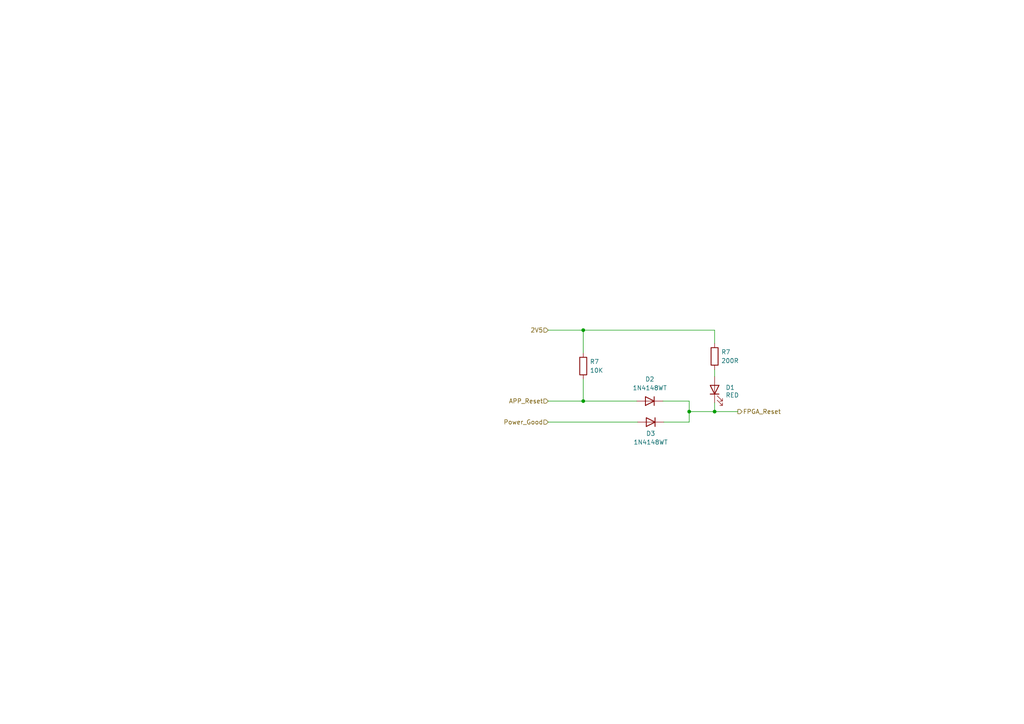
<source format=kicad_sch>
(kicad_sch (version 20230121) (generator eeschema)
  (paper "A4")
  (lib_symbols
    (symbol "Device:LED" (pin_numbers hide) (pin_names (offset 1.016) hide)
      (property "Reference" "D" (at 0 2.54 0))
      (property "Value" "LED" (at 0 -2.54 0))
      (symbol "LED_0_1"
        (polyline (pts (xy -1.27 -1.27) (xy -1.27 1.27)) (stroke (width 0.254)))
        (polyline (pts (xy -1.27 0) (xy 1.27 0)))
        (polyline (pts (xy 1.27 -1.27) (xy 1.27 1.27) (xy -1.27 0) (xy 1.27 -1.27)) (stroke (width 0.254)))
        (polyline (pts (xy -3.048 -0.762) (xy -4.572 -2.286) (xy -3.81 -2.286) (xy -4.572 -2.286) (xy -4.572 -1.524)))
        (polyline (pts (xy -1.778 -0.762) (xy -3.302 -2.286) (xy -2.54 -2.286) (xy -3.302 -2.286) (xy -3.302 -1.524)))
      )
      (symbol "LED_1_1"
        (pin passive line (at -3.81 0 0) (length 2.54) (name "K") (number "1"))
        (pin passive line (at 3.81 0 180) (length 2.54) (name "A") (number "2"))
      )
    )
    (symbol "Device:R" (pin_numbers hide) (pin_names (offset 0))
      (property "Reference" "R" (at 2.032 0 90))
      (property "Value" "R" (at 0 0 90))
      (symbol "R_0_1"
        (rectangle (start -1.016 -2.54) (end 1.016 2.54) (stroke (width 0.254)))
      )
      (symbol "R_1_1"
        (pin passive line (at 0 3.81 270) (length 1.27) (name "~") (number "1"))
        (pin passive line (at 0 -3.81 90) (length 1.27) (name "~") (number "2"))
      )
    )
    (symbol "Diode:1N4148WT" (pin_numbers hide) (pin_names hide)
      (property "Reference" "D" (at 0 2.54 0))
      (property "Value" "1N4148WT" (at 0 -2.54 0))
      (symbol "1N4148WT_0_1"
        (polyline (pts (xy -1.27 1.27) (xy -1.27 -1.27)) (stroke (width 0.254)))
        (polyline (pts (xy 1.27 0) (xy -1.27 0)))
        (polyline (pts (xy 1.27 1.27) (xy 1.27 -1.27) (xy -1.27 0) (xy 1.27 1.27)) (stroke (width 0.254)))
      )
      (symbol "1N4148WT_1_1"
        (pin passive line (at -3.81 0 0) (length 2.54) (name "K") (number "1"))
        (pin passive line (at 3.81 0 180) (length 2.54) (name "A") (number "2"))
      )
    )
  )
  (junction (at 199.898 119.38))
  (junction (at 169.164 116.332))
  (junction (at 207.264 119.38))
  (junction (at 169.164 95.758))
  (wire (pts (xy 199.898 116.332) (xy 199.898 119.38)))
  (wire (pts (xy 207.264 119.38) (xy 213.995 119.38)))
  (wire (pts (xy 159.004 116.332) (xy 169.164 116.332)))
  (wire (pts (xy 169.164 95.758) (xy 169.164 102.362)))
  (wire (pts (xy 199.898 119.38) (xy 207.264 119.38)))
  (wire (pts (xy 207.264 107.188) (xy 207.264 109.22)))
  (wire (pts (xy 159.004 95.758) (xy 169.164 95.758)))
  (wire (pts (xy 169.164 116.332) (xy 184.658 116.332)))
  (wire (pts (xy 207.264 95.758) (xy 207.264 99.568)))
  (wire (pts (xy 199.898 119.38) (xy 199.898 122.428)))
  (wire (pts (xy 169.164 109.982) (xy 169.164 116.332)))
  (wire (pts (xy 207.264 116.84) (xy 207.264 119.38)))
  (wire (pts (xy 159.004 122.428) (xy 184.912 122.428)))
  (wire (pts (xy 199.898 122.428) (xy 192.532 122.428)))
  (wire (pts (xy 169.164 95.758) (xy 207.264 95.758)))
  (wire (pts (xy 192.278 116.332) (xy 199.898 116.332)))
  (hierarchical_label "APP_Reset" (shape input) (at 159.004 116.332 180))
  (hierarchical_label "FPGA_Reset" (shape output) (at 213.995 119.38 0))
  (hierarchical_label "2V5" (shape input) (at 159.004 95.758 180))
  (hierarchical_label "Power_Good" (shape input) (at 159.004 122.428 180))
  (symbol (lib_id "Device:R") (at 169.164 106.172 0) (unit 1)
    (property "Reference" "R7" (at 171.069 104.902 0) (effects (justify left)))
    (property "Value" "10K" (at 171.069 107.442 0) (effects (justify left)))
    (property "Footprint" "Resistor_SMD:R_0201_0603Metric" (effects hide))
    (instances (project "SOM" (path "" (reference "R7") (unit 1)) (path "" (reference "R2") (unit 1)) (path "" (reference "R16") (unit 1))))
  )
  (symbol (lib_id "Device:LED") (at 207.264 113.03 90) (unit 1)
    (property "Reference" "D1" (at 210.439 112.395 90) (effects (justify right)))
    (property "Value" "RED" (at 210.439 114.6175 90) (effects (justify right)))
    (property "Footprint" "LED_SMD:LED_0603_1608Metric" (effects hide))
  )
  (symbol (lib_id "Diode:1N4148WT") (at 188.468 116.332 180) (unit 1)
    (property "Reference" "D2" (at 188.468 109.982 0))
    (property "Value" "1N4148WT" (at 188.468 112.522 0))
    (property "Footprint" "Diode_SMD:D_SOD-523" (effects hide))
    (property "Datasheet" "https://www.diodes.com/assets/Datasheets/ds30396.pdf" (effects hide))
    (property "Sim.Device" "D" (effects hide))
    (property "Sim.Pins" "1=K 2=A" (effects hide))
  )
  (symbol (lib_id "Diode:1N4148WT") (at 188.722 122.428 180) (unit 1)
    (property "Reference" "D3" (at 188.722 125.73 0))
    (property "Value" "1N4148WT" (at 188.722 128.27 0))
    (property "Footprint" "Diode_SMD:D_SOD-523" (effects hide))
    (property "Datasheet" "https://www.diodes.com/assets/Datasheets/ds30396.pdf" (effects hide))
    (property "Sim.Device" "D" (effects hide))
    (property "Sim.Pins" "1=K 2=A" (effects hide))
  )
  (symbol (lib_id "Device:R") (at 207.264 103.378 0) (unit 1)
    (property "Reference" "R7" (at 209.169 102.108 0) (effects (justify left)))
    (property "Value" "200R" (at 209.169 104.648 0) (effects (justify left)))
    (property "Footprint" "Resistor_SMD:R_0201_0603Metric" (effects hide))
    (instances (project "SOM" (path "" (reference "R7") (unit 1)) (path "" (reference "R2") (unit 1)) (path "" (reference "R15") (unit 1))))
  )
)
</source>
